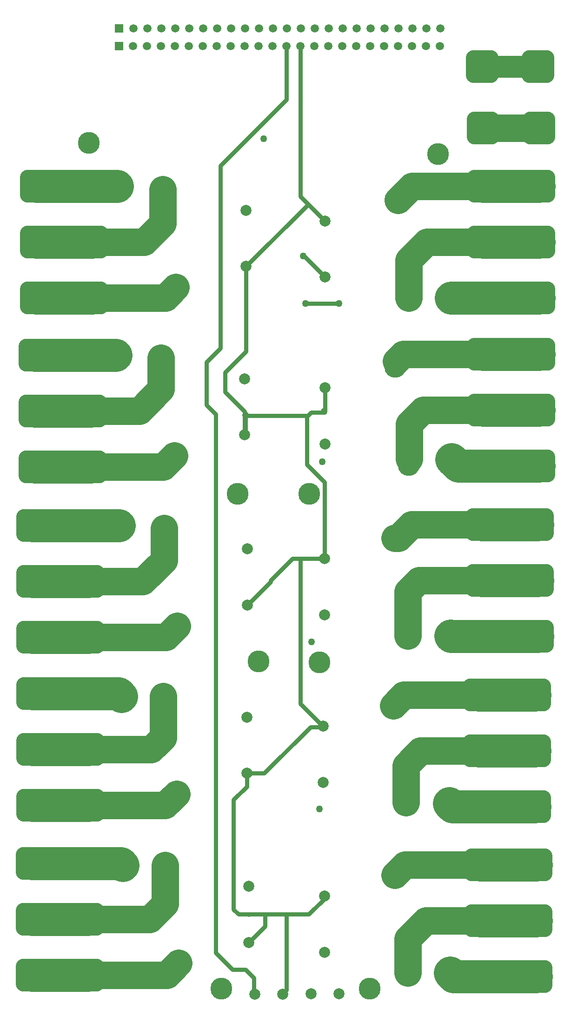
<source format=gtl>
%FSLAX23Y23*%
%MOIN*%
G70*
G01*
G75*
G04 Layer_Physical_Order=1*
G04 Layer_Color=255*
%ADD10C,0.031*%
%ADD11C,0.197*%
%ADD12C,0.236*%
%ADD13C,0.165*%
%ADD14C,0.157*%
%ADD15C,0.059*%
%ADD16R,0.059X0.059*%
G04:AMPARAMS|DCode=17|XSize=236mil|YSize=236mil|CornerRadius=59mil|HoleSize=0mil|Usage=FLASHONLY|Rotation=0.000|XOffset=0mil|YOffset=0mil|HoleType=Round|Shape=RoundedRectangle|*
%AMROUNDEDRECTD17*
21,1,0.236,0.118,0,0,0.0*
21,1,0.118,0.236,0,0,0.0*
1,1,0.118,0.059,-0.059*
1,1,0.118,-0.059,-0.059*
1,1,0.118,-0.059,0.059*
1,1,0.118,0.059,0.059*
%
%ADD17ROUNDEDRECTD17*%
%ADD18C,0.157*%
G04:AMPARAMS|DCode=19|XSize=236mil|YSize=236mil|CornerRadius=59mil|HoleSize=0mil|Usage=FLASHONLY|Rotation=270.000|XOffset=0mil|YOffset=0mil|HoleType=Round|Shape=RoundedRectangle|*
%AMROUNDEDRECTD19*
21,1,0.236,0.118,0,0,270.0*
21,1,0.118,0.236,0,0,270.0*
1,1,0.118,-0.059,-0.059*
1,1,0.118,-0.059,0.059*
1,1,0.118,0.059,0.059*
1,1,0.118,0.059,-0.059*
%
%ADD19ROUNDEDRECTD19*%
%ADD20C,0.079*%
%ADD21C,0.050*%
D10*
X2123Y5956D02*
X2243Y5836D01*
X1677Y5511D02*
X2123Y5956D01*
X1697Y871D02*
X1812D01*
Y786D02*
Y871D01*
X1696Y669D02*
X1812Y786D01*
X2127Y871D02*
X2242Y986D01*
X2067Y2378D02*
X2232Y2213D01*
X2140D02*
X2232D01*
X1807Y1881D02*
X2140Y2213D01*
X1682Y1881D02*
X1807D01*
X2067Y3417D02*
X2239D01*
X2009D02*
X2067D01*
Y2378D02*
Y3417D01*
X1686Y3085D02*
X1852Y3251D01*
X1672Y4442D02*
X2119D01*
X1672D02*
Y4446D01*
Y4311D02*
Y4442D01*
X2142Y4466D02*
X2237D01*
X2242Y4471D02*
Y4641D01*
X2092Y5586D02*
X2243Y5434D01*
X2239Y3417D02*
Y3964D01*
X2112Y4091D02*
X2239Y3964D01*
X2112Y4091D02*
Y4436D01*
X1667Y5902D02*
X1677Y5912D01*
X2242Y5835D02*
X2243Y5836D01*
X1587Y906D02*
Y1691D01*
X1682Y1786D01*
Y1881D01*
X1696Y1071D02*
X1697Y1069D01*
X1696Y869D02*
X1697Y871D01*
X1677Y2277D02*
X1682Y2282D01*
X1686Y3487D02*
X1692Y3481D01*
X2237Y3017D02*
X2239Y3015D01*
X1666Y4706D02*
X1667Y4704D01*
X1677Y4901D02*
Y5511D01*
X2067Y6012D02*
X2243Y5836D01*
X2087Y5586D02*
X2092D01*
X2102Y5246D02*
X2342D01*
X1852Y3261D02*
X2009Y3417D01*
X1667Y5521D02*
X1677Y5511D01*
X1527Y4751D02*
X1677Y4901D01*
X2112Y4436D02*
X2119Y4442D01*
X2142Y4466D01*
X1587Y906D02*
X1622Y871D01*
X1697D01*
X2238Y599D02*
X2242Y603D01*
X2067Y6012D02*
Y7087D01*
X2067Y7088D02*
X2067Y7087D01*
X1527Y4610D02*
Y4751D01*
Y4610D02*
X1666Y4472D01*
Y4304D02*
Y4472D01*
X1966Y327D02*
Y871D01*
X1812D02*
X1966D01*
X2127D01*
X1460Y594D02*
Y4451D01*
X1393Y4518D02*
X1460Y4451D01*
X1393Y4518D02*
Y4825D01*
X1493Y4925D01*
Y6231D01*
X1967Y6705D01*
Y7088D01*
X1460Y594D02*
X1579Y474D01*
X1674D01*
X1734Y415D01*
Y299D02*
Y415D01*
D11*
X3377Y6501D02*
X3777D01*
X2842Y5285D02*
Y5555D01*
X2972Y5686D01*
X3377D01*
X2767Y5986D02*
X2867Y6086D01*
X3377D01*
X2751Y4830D02*
X2802Y4881D01*
X3377D01*
X2847Y4131D02*
Y4381D01*
X2947Y4481D01*
X3377D01*
X2743Y3566D02*
X2768D01*
X2862Y3661D01*
X3367D01*
X2837Y2866D02*
Y3181D01*
X2917Y3261D01*
X3367D01*
X2733Y2366D02*
X2807Y2441D01*
X3347D01*
X2822Y1671D02*
Y1936D01*
X2927Y2041D01*
X3347D01*
X2837Y450D02*
Y695D01*
X2967Y826D01*
X3357D01*
X2742Y1151D02*
X2817Y1226D01*
X3357D01*
X572Y5286D02*
X1098D01*
X572Y5686D02*
X947D01*
X1079Y5817D01*
Y6062D01*
X1098Y5286D02*
X1173Y5361D01*
X562Y4476D02*
X912D01*
X1067Y4631D01*
Y4856D01*
X562Y4076D02*
X1083D01*
X1162Y4155D01*
X547Y3256D02*
X937D01*
X1088Y3406D01*
Y3636D01*
X547Y2856D02*
X1102D01*
X1182Y2936D01*
X547Y1651D02*
X1097D01*
X1178Y1731D01*
X1178D01*
X547Y2051D02*
X997D01*
X1082Y2136D01*
Y2430D01*
X542Y836D02*
X987D01*
X1097Y946D01*
Y1221D01*
X542Y436D02*
X1108D01*
X1192Y520D01*
D12*
X3377Y6086D02*
X3777D01*
X3377Y5686D02*
X3777D01*
X3146Y5286D02*
X3377D01*
X3777D01*
X3377Y4881D02*
X3777D01*
X3377Y4481D02*
X3777D01*
X3149Y4129D02*
X3198Y4081D01*
X3377D01*
X3777D01*
X3367Y3661D02*
X3767D01*
X3367Y3261D02*
X3767D01*
X3141Y2866D02*
X3146Y2861D01*
X3367D01*
X3767D01*
X3347Y2441D02*
X3747D01*
X3347Y2041D02*
X3747D01*
X3131Y1666D02*
X3156Y1641D01*
X3347D01*
X3747D01*
X3140Y450D02*
X3164Y426D01*
X3357D01*
X3757D01*
X3357Y826D02*
X3757D01*
X3357Y1226D02*
X3757D01*
X172Y6086D02*
X572D01*
X752D01*
X172Y5686D02*
X572D01*
X172Y5286D02*
X572D01*
X162Y4876D02*
X562D01*
X744D01*
X162Y4476D02*
X562D01*
X162Y4076D02*
X562D01*
X147Y3656D02*
X547D01*
X766D01*
X147Y3256D02*
X547D01*
X147Y2856D02*
X547D01*
X147Y1651D02*
X547D01*
X147Y2051D02*
X547D01*
X147Y2451D02*
X547D01*
X762D01*
X781Y2432D01*
X142Y1236D02*
X542D01*
X779D01*
X794Y1221D01*
X142Y836D02*
X542D01*
X142Y436D02*
X542D01*
D13*
X2846Y4129D02*
X2847Y4131D01*
X2822Y1671D02*
X2827Y1666D01*
X1082Y2430D02*
X1084Y2432D01*
D14*
X3370Y6941D02*
X3770D01*
D15*
X869Y7216D02*
D03*
X969D02*
D03*
X1069D02*
D03*
X1169D02*
D03*
X1269D02*
D03*
X1369D02*
D03*
X1469D02*
D03*
X1569D02*
D03*
X1669D02*
D03*
X1769D02*
D03*
X1869D02*
D03*
X1969D02*
D03*
X2069D02*
D03*
X2169D02*
D03*
X2269D02*
D03*
X2369D02*
D03*
X2469D02*
D03*
X2569D02*
D03*
X2669D02*
D03*
X2769D02*
D03*
X2869D02*
D03*
X2969D02*
D03*
X3069D02*
D03*
X867Y7088D02*
D03*
X967D02*
D03*
X1067D02*
D03*
X1167D02*
D03*
X1267D02*
D03*
X1367D02*
D03*
X1467D02*
D03*
X1567D02*
D03*
X1667D02*
D03*
X1767D02*
D03*
X1867D02*
D03*
X1967D02*
D03*
X2067D02*
D03*
X2167D02*
D03*
X2267D02*
D03*
X2367D02*
D03*
X2467D02*
D03*
X2567D02*
D03*
X2667D02*
D03*
X2767D02*
D03*
X2867D02*
D03*
X2967D02*
D03*
X3067D02*
D03*
D16*
X767Y7216D02*
D03*
X767Y7088D02*
D03*
D17*
X3370Y6941D02*
D03*
X3770D02*
D03*
X3377Y6501D02*
D03*
X3777D02*
D03*
D18*
X1767Y2681D02*
D03*
X2202Y2676D02*
D03*
X2128Y3881D02*
D03*
X1617D02*
D03*
X1162Y4155D02*
D03*
X1067Y4856D02*
D03*
X764D02*
D03*
X1173Y5361D02*
D03*
X1079Y6062D02*
D03*
X776D02*
D03*
X2747Y5986D02*
D03*
X2842Y5285D02*
D03*
X3145D02*
D03*
X2746Y4790D02*
D03*
X2841Y4089D02*
D03*
X3144D02*
D03*
X1182Y2936D02*
D03*
X1088Y3636D02*
D03*
X785D02*
D03*
X2743Y3566D02*
D03*
X2837Y2866D02*
D03*
X3141D02*
D03*
X1178Y1731D02*
D03*
X1084Y2432D02*
D03*
X781D02*
D03*
X2733Y2366D02*
D03*
X2827Y1666D02*
D03*
X3131D02*
D03*
X1192Y520D02*
D03*
X1097Y1221D02*
D03*
X794D02*
D03*
X2742Y1151D02*
D03*
X2837Y450D02*
D03*
X3140D02*
D03*
X3052Y6316D02*
D03*
X548Y6395D02*
D03*
X1498Y338D02*
D03*
X2561D02*
D03*
D19*
X172Y6086D02*
D03*
Y5686D02*
D03*
X572Y6086D02*
D03*
Y5686D02*
D03*
Y5286D02*
D03*
X172D02*
D03*
X162Y4876D02*
D03*
Y4476D02*
D03*
X562Y4876D02*
D03*
Y4476D02*
D03*
Y4076D02*
D03*
X162D02*
D03*
X147Y3656D02*
D03*
Y3256D02*
D03*
X547Y3656D02*
D03*
Y3256D02*
D03*
Y2856D02*
D03*
X147D02*
D03*
Y2451D02*
D03*
Y2051D02*
D03*
X547Y2451D02*
D03*
Y2051D02*
D03*
Y1651D02*
D03*
X147D02*
D03*
X142Y1236D02*
D03*
Y836D02*
D03*
X542Y1236D02*
D03*
Y836D02*
D03*
Y436D02*
D03*
X142D02*
D03*
X3757Y426D02*
D03*
Y826D02*
D03*
X3357Y426D02*
D03*
Y826D02*
D03*
Y1226D02*
D03*
X3757D02*
D03*
X3747Y1641D02*
D03*
Y2041D02*
D03*
X3347Y1641D02*
D03*
Y2041D02*
D03*
Y2441D02*
D03*
X3747D02*
D03*
X3767Y2861D02*
D03*
Y3261D02*
D03*
X3367Y2861D02*
D03*
Y3261D02*
D03*
Y3661D02*
D03*
X3767D02*
D03*
X3777Y4081D02*
D03*
Y4481D02*
D03*
X3377Y4081D02*
D03*
Y4481D02*
D03*
Y4881D02*
D03*
X3777D02*
D03*
Y5286D02*
D03*
Y5686D02*
D03*
X3377Y5286D02*
D03*
Y5686D02*
D03*
Y6086D02*
D03*
X3777D02*
D03*
D20*
X1666Y4304D02*
D03*
Y4706D02*
D03*
X1677Y5511D02*
D03*
Y5912D02*
D03*
X2243Y5836D02*
D03*
Y5434D02*
D03*
X2242Y4641D02*
D03*
Y4239D02*
D03*
X1686Y3085D02*
D03*
Y3487D02*
D03*
X2239Y3417D02*
D03*
Y3015D02*
D03*
X1682Y1881D02*
D03*
Y2282D02*
D03*
X2229Y2217D02*
D03*
Y1815D02*
D03*
X1696Y669D02*
D03*
Y1071D02*
D03*
X2238Y1001D02*
D03*
Y599D02*
D03*
X1738Y299D02*
D03*
X1938D02*
D03*
X2344Y302D02*
D03*
X2144D02*
D03*
D21*
X2237Y4471D02*
D03*
X1672Y4446D02*
D03*
X1802Y6426D02*
D03*
X2102Y5246D02*
D03*
X2087Y5586D02*
D03*
X2342Y5246D02*
D03*
X2222Y4111D02*
D03*
X2147Y2821D02*
D03*
X2202Y1626D02*
D03*
M02*

</source>
